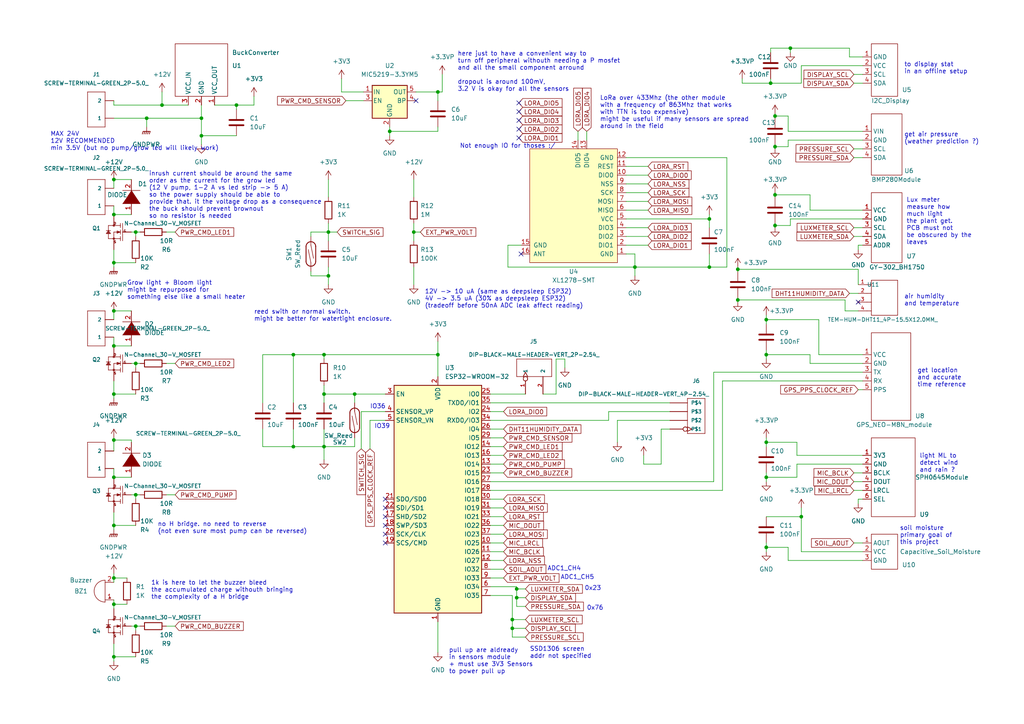
<source format=kicad_sch>
(kicad_sch (version 20211123) (generator eeschema)
  (paper "A4")
  (title_block (title "PlantSensor") (date "2022-06-19") (rev "3") (company "Aperture Science") (comment 1 "Author : Nathann Morand"))
  (junction (at 33.02 175.26))
  (junction (at 33.02 138.43))
  (junction (at 102.87 114.3))
  (junction (at 68.58 30.48))
  (junction (at 33.02 52.07))
  (junction (at 39.37 143.51))
  (junction (at 224.79 65.405))
  (junction (at 148.59 182.245))
  (junction (at 222.25 138.43))
  (junction (at 85.09 129.54))
  (junction (at 213.995 86.995))
  (junction (at 46.99 30.48))
  (junction (at 222.25 158.75))
  (junction (at 33.02 90.17))
  (junction (at 33.02 167.64))
  (junction (at 232.41 149.86))
  (junction (at 33.02 152.4))
  (junction (at 224.79 56.515))
  (junction (at 127 26.67))
  (junction (at 95.25 80.01))
  (junction (at 33.02 100.33))
  (junction (at 58.42 34.29))
  (junction (at 149.86 170.815))
  (junction (at 42.545 34.29))
  (junction (at 184.15 77.47))
  (junction (at 95.25 67.31))
  (junction (at 205.74 77.47))
  (junction (at 39.37 67.31))
  (junction (at 224.79 42.545))
  (junction (at 33.02 62.23))
  (junction (at 93.98 102.87))
  (junction (at 113.03 38.1))
  (junction (at 229.235 13.97))
  (junction (at 33.02 190.5))
  (junction (at 223.52 24.13))
  (junction (at 93.98 114.3))
  (junction (at 148.59 179.705))
  (junction (at 224.79 33.655))
  (junction (at 33.02 127.635))
  (junction (at 213.995 78.105))
  (junction (at 222.25 92.71))
  (junction (at 33.02 114.3))
  (junction (at 222.25 102.87))
  (junction (at 120.015 67.31))
  (junction (at 85.09 102.87))
  (junction (at 93.98 129.54))
  (junction (at 58.42 39.37))
  (junction (at 222.25 128.27))
  (junction (at 149.86 173.355))
  (junction (at 127 102.87))
  (junction (at 205.74 63.5))
  (junction (at 39.37 181.61))
  (junction (at 33.02 76.2))
  (junction (at 39.37 105.41))
  (no_connect (at 111.76 144.78))
  (no_connect (at 111.76 147.32))
  (no_connect (at 111.76 149.86))
  (no_connect (at 111.76 152.4))
  (no_connect (at 111.76 154.94))
  (no_connect (at 120.65 29.21))
  (no_connect (at 248.92 87.63))
  (no_connect (at 111.76 157.48))
  (no_connect (at 150.495 29.845))
  (no_connect (at 150.495 32.385))
  (no_connect (at 150.495 34.925))
  (no_connect (at 150.495 37.465))
  (no_connect (at 150.495 40.005))
  (no_connect (at 151.13 73.66))
  (wire (pts (xy 228.6 33.655) (xy 224.79 33.655)))
  (wire (pts (xy 95.25 64.77) (xy 95.25 67.31)))
  (wire (pts (xy 95.25 67.31) (xy 97.79 67.31)))
  (wire (pts (xy 184.15 77.47) (xy 184.15 73.66)))
  (wire (pts (xy 33.02 166.37) (xy 33.02 167.64)))
  (wire (pts (xy 142.24 149.86) (xy 146.05 149.86)))
  (wire (pts (xy 234.95 105.41) (xy 250.19 105.41)))
  (wire (pts (xy 250.19 144.78) (xy 248.92 144.78)))
  (wire (pts (xy 223.52 15.24) (xy 223.52 13.97)))
  (wire (pts (xy 170.18 38.1) (xy 170.18 40.64)))
  (wire (pts (xy 224.79 42.545) (xy 224.79 41.91)))
  (wire (pts (xy 33.02 167.64) (xy 36.83 167.64)))
  (wire (pts (xy 247.65 68.58) (xy 250.19 68.58)))
  (wire (pts (xy 42.545 34.29) (xy 42.545 36.83)))
  (wire (pts (xy 113.03 36.83) (xy 113.03 38.1)))
  (wire (pts (xy 120.015 77.47) (xy 120.015 82.55)))
  (wire (pts (xy 120.015 52.07) (xy 120.015 57.15)))
  (wire (pts (xy 39.37 67.31) (xy 39.37 68.58)))
  (wire (pts (xy 213.995 78.105) (xy 213.995 77.47)))
  (wire (pts (xy 68.58 30.48) (xy 73.66 30.48)))
  (wire (pts (xy 33.02 34.29) (xy 42.545 34.29)))
  (wire (pts (xy 48.26 67.31) (xy 50.8 67.31)))
  (wire (pts (xy 246.38 16.51) (xy 246.38 13.97)))
  (wire (pts (xy 127 180.34) (xy 127 189.23)))
  (wire (pts (xy 231.14 138.43) (xy 222.25 138.43)))
  (wire (pts (xy 250.19 38.1) (xy 228.6 38.1)))
  (wire (pts (xy 39.37 105.41) (xy 40.64 105.41)))
  (wire (pts (xy 184.15 77.47) (xy 184.15 80.01)))
  (wire (pts (xy 245.11 86.995) (xy 213.995 86.995)))
  (wire (pts (xy 33.02 173.99) (xy 33.02 175.26)))
  (wire (pts (xy 213.995 86.36) (xy 213.995 86.995)))
  (wire (pts (xy 194.31 124.46) (xy 191.77 124.46)))
  (wire (pts (xy 33.02 59.69) (xy 33.02 62.23)))
  (wire (pts (xy 39.37 105.41) (xy 39.37 106.68)))
  (wire (pts (xy 149.86 175.895) (xy 149.86 173.355)))
  (wire (pts (xy 142.24 127) (xy 146.05 127)))
  (wire (pts (xy 33.02 127.635) (xy 33.02 130.81)))
  (wire (pts (xy 142.24 116.84) (xy 194.31 116.84)))
  (wire (pts (xy 181.61 71.12) (xy 187.96 71.12)))
  (wire (pts (xy 142.24 154.94) (xy 146.05 154.94)))
  (wire (pts (xy 231.14 134.62) (xy 231.14 138.43)))
  (wire (pts (xy 33.02 138.43) (xy 38.1 138.43)))
  (wire (pts (xy 95.25 77.47) (xy 95.25 80.01)))
  (wire (pts (xy 228.6 40.64) (xy 250.19 40.64)))
  (wire (pts (xy 224.79 55.88) (xy 224.79 56.515)))
  (wire (pts (xy 149.86 170.18) (xy 149.86 170.815)))
  (wire (pts (xy 228.6 162.56) (xy 250.19 162.56)))
  (wire (pts (xy 247.65 139.7) (xy 250.19 139.7)))
  (wire (pts (xy 33.02 175.26) (xy 33.02 176.53)))
  (wire (pts (xy 191.77 134.62) (xy 186.69 134.62)))
  (wire (pts (xy 222.25 158.75) (xy 222.25 160.02)))
  (wire (pts (xy 247.65 24.13) (xy 250.19 24.13)))
  (wire (pts (xy 246.38 13.97) (xy 229.235 13.97)))
  (wire (pts (xy 76.2 102.87) (xy 85.09 102.87)))
  (wire (pts (xy 33.02 90.17) (xy 38.1 90.17)))
  (wire (pts (xy 142.24 119.38) (xy 146.05 119.38)))
  (wire (pts (xy 73.66 27.94) (xy 73.66 30.48)))
  (wire (pts (xy 247.65 43.18) (xy 250.19 43.18)))
  (wire (pts (xy 142.24 139.7) (xy 207.01 139.7)))
  (wire (pts (xy 224.79 33.655) (xy 224.79 33.02)))
  (wire (pts (xy 127 99.06) (xy 127 102.87)))
  (wire (pts (xy 232.41 149.86) (xy 232.41 160.02)))
  (wire (pts (xy 104.775 119.38) (xy 104.775 130.175)))
  (wire (pts (xy 111.76 114.3) (xy 102.87 114.3)))
  (wire (pts (xy 181.61 53.34) (xy 187.96 53.34)))
  (wire (pts (xy 127 26.67) (xy 128.27 26.67)))
  (wire (pts (xy 248.92 144.78) (xy 248.92 146.05)))
  (wire (pts (xy 93.98 129.54) (xy 93.98 133.35)))
  (wire (pts (xy 191.77 124.46) (xy 191.77 134.62)))
  (wire (pts (xy 229.235 63.5) (xy 250.19 63.5)))
  (wire (pts (xy 142.24 167.64) (xy 146.05 167.64)))
  (wire (pts (xy 247.65 21.59) (xy 250.19 21.59)))
  (wire (pts (xy 46.99 26.67) (xy 46.99 30.48)))
  (wire (pts (xy 207.01 107.95) (xy 250.19 107.95)))
  (wire (pts (xy 142.24 132.08) (xy 146.05 132.08)))
  (wire (pts (xy 222.25 93.98) (xy 222.25 92.71)))
  (wire (pts (xy 95.25 67.31) (xy 95.25 69.85)))
  (wire (pts (xy 100.33 29.21) (xy 105.41 29.21)))
  (wire (pts (xy 223.52 24.13) (xy 223.52 22.86)))
  (wire (pts (xy 176.53 119.38) (xy 176.53 121.92)))
  (wire (pts (xy 181.61 60.96) (xy 187.96 60.96)))
  (wire (pts (xy 161.29 114.3) (xy 161.29 104.14)))
  (wire (pts (xy 42.545 34.29) (xy 58.42 34.29)))
  (wire (pts (xy 224.79 33.655) (xy 224.79 34.29)))
  (wire (pts (xy 152.4 184.785) (xy 148.59 184.785)))
  (wire (pts (xy 58.42 39.37) (xy 58.42 41.91)))
  (wire (pts (xy 232.41 24.13) (xy 223.52 24.13)))
  (wire (pts (xy 102.87 129.54) (xy 93.98 129.54)))
  (wire (pts (xy 222.25 157.48) (xy 222.25 158.75)))
  (wire (pts (xy 222.25 149.86) (xy 232.41 149.86)))
  (wire (pts (xy 234.95 105.41) (xy 234.95 102.87)))
  (wire (pts (xy 229.235 63.5) (xy 229.235 65.405)))
  (wire (pts (xy 147.32 77.47) (xy 184.15 77.47)))
  (wire (pts (xy 149.86 173.355) (xy 149.86 170.815)))
  (wire (pts (xy 33.02 110.49) (xy 33.02 114.3)))
  (wire (pts (xy 95.25 80.01) (xy 95.25 82.55)))
  (wire (pts (xy 245.11 90.17) (xy 245.11 86.995)))
  (wire (pts (xy 38.1 127.635) (xy 33.02 127.635)))
  (wire (pts (xy 33.02 76.2) (xy 39.37 76.2)))
  (wire (pts (xy 48.26 105.41) (xy 50.8 105.41)))
  (wire (pts (xy 107.315 130.175) (xy 107.315 121.92)))
  (wire (pts (xy 232.41 19.05) (xy 250.19 19.05)))
  (wire (pts (xy 90.17 67.31) (xy 95.25 67.31)))
  (wire (pts (xy 181.61 58.42) (xy 187.96 58.42)))
  (wire (pts (xy 209.55 110.49) (xy 250.19 110.49)))
  (wire (pts (xy 33.02 97.79) (xy 33.02 100.33)))
  (wire (pts (xy 76.2 116.84) (xy 76.2 102.87)))
  (wire (pts (xy 222.25 158.75) (xy 228.6 158.75)))
  (wire (pts (xy 33.02 152.4) (xy 39.37 152.4)))
  (wire (pts (xy 107.315 121.92) (xy 111.76 121.92)))
  (wire (pts (xy 39.37 181.61) (xy 40.64 181.61)))
  (wire (pts (xy 46.99 30.48) (xy 33.02 30.48)))
  (wire (pts (xy 228.6 158.75) (xy 228.6 162.56)))
  (wire (pts (xy 33.02 190.5) (xy 33.02 191.77)))
  (wire (pts (xy 76.2 129.54) (xy 76.2 124.46)))
  (wire (pts (xy 48.26 143.51) (xy 50.8 143.51)))
  (wire (pts (xy 68.58 30.48) (xy 68.58 31.75)))
  (wire (pts (xy 68.58 39.37) (xy 58.42 39.37)))
  (wire (pts (xy 179.07 128.27) (xy 179.07 121.92)))
  (wire (pts (xy 224.79 65.405) (xy 224.79 66.04)))
  (wire (pts (xy 142.24 152.4) (xy 146.05 152.4)))
  (wire (pts (xy 248.92 113.03) (xy 250.19 113.03)))
  (wire (pts (xy 93.98 129.54) (xy 93.98 124.46)))
  (wire (pts (xy 250.19 71.12) (xy 248.92 71.12)))
  (wire (pts (xy 33.02 52.07) (xy 38.1 52.07)))
  (wire (pts (xy 167.64 38.1) (xy 167.64 40.64)))
  (wire (pts (xy 231.14 132.08) (xy 250.19 132.08)))
  (wire (pts (xy 58.42 34.29) (xy 58.42 30.48)))
  (wire (pts (xy 33.02 90.17) (xy 33.02 92.71)))
  (wire (pts (xy 149.86 170.815) (xy 152.4 170.815)))
  (wire (pts (xy 223.52 13.97) (xy 229.235 13.97)))
  (wire (pts (xy 231.14 128.27) (xy 231.14 132.08)))
  (wire (pts (xy 179.07 121.92) (xy 194.31 121.92)))
  (wire (pts (xy 194.31 119.38) (xy 176.53 119.38)))
  (wire (pts (xy 62.23 30.48) (xy 68.58 30.48)))
  (wire (pts (xy 120.015 64.77) (xy 120.015 67.31)))
  (wire (pts (xy 229.235 65.405) (xy 224.79 65.405)))
  (wire (pts (xy 142.24 144.78) (xy 146.05 144.78)))
  (wire (pts (xy 102.87 114.3) (xy 102.87 116.84)))
  (wire (pts (xy 93.98 114.3) (xy 93.98 116.84)))
  (wire (pts (xy 142.24 165.1) (xy 146.05 165.1)))
  (wire (pts (xy 142.24 160.02) (xy 146.05 160.02)))
  (wire (pts (xy 229.235 13.97) (xy 229.235 15.24)))
  (wire (pts (xy 210.82 45.72) (xy 210.82 77.47)))
  (wire (pts (xy 152.4 182.245) (xy 148.59 182.245)))
  (wire (pts (xy 39.37 143.51) (xy 39.37 144.78)))
  (wire (pts (xy 142.24 172.72) (xy 148.59 172.72)))
  (wire (pts (xy 33.02 100.33) (xy 38.1 100.33)))
  (wire (pts (xy 157.48 114.3) (xy 161.29 114.3)))
  (wire (pts (xy 38.1 67.31) (xy 39.37 67.31)))
  (wire (pts (xy 149.86 173.355) (xy 152.4 173.355)))
  (wire (pts (xy 248.92 78.105) (xy 248.92 82.55)))
  (wire (pts (xy 48.26 181.61) (xy 50.8 181.61)))
  (wire (pts (xy 215.265 24.13) (xy 215.265 22.86)))
  (wire (pts (xy 232.41 19.05) (xy 232.41 24.13)))
  (wire (pts (xy 237.49 92.71) (xy 237.49 102.87)))
  (wire (pts (xy 181.61 45.72) (xy 210.82 45.72)))
  (wire (pts (xy 127 26.67) (xy 127 29.21)))
  (wire (pts (xy 205.74 62.23) (xy 205.74 63.5)))
  (wire (pts (xy 151.13 71.12) (xy 147.32 71.12)))
  (wire (pts (xy 93.98 102.87) (xy 127 102.87)))
  (wire (pts (xy 213.995 78.105) (xy 213.995 78.74)))
  (wire (pts (xy 142.24 114.3) (xy 152.4 114.3)))
  (wire (pts (xy 142.24 129.54) (xy 146.05 129.54)))
  (wire (pts (xy 33.02 148.59) (xy 33.02 152.4)))
  (wire (pts (xy 181.61 48.26) (xy 187.96 48.26)))
  (wire (pts (xy 213.995 86.995) (xy 213.995 87.63)))
  (wire (pts (xy 205.74 77.47) (xy 184.15 77.47)))
  (wire (pts (xy 222.25 91.44) (xy 222.25 92.71)))
  (wire (pts (xy 222.25 128.27) (xy 231.14 128.27)))
  (wire (pts (xy 224.79 64.77) (xy 224.79 65.405)))
  (wire (pts (xy 247.65 157.48) (xy 250.19 157.48)))
  (wire (pts (xy 120.015 67.31) (xy 120.015 69.85)))
  (wire (pts (xy 222.25 128.27) (xy 222.25 129.54)))
  (wire (pts (xy 161.29 104.14) (xy 163.83 104.14)))
  (wire (pts (xy 205.74 73.66) (xy 205.74 77.47)))
  (wire (pts (xy 209.55 142.24) (xy 142.24 142.24)))
  (wire (pts (xy 142.24 162.56) (xy 146.05 162.56)))
  (wire (pts (xy 223.52 24.13) (xy 215.265 24.13)))
  (wire (pts (xy 222.25 138.43) (xy 222.25 139.7)))
  (wire (pts (xy 33.02 52.07) (xy 33.02 54.61)))
  (wire (pts (xy 93.98 102.87) (xy 85.09 102.87)))
  (wire (pts (xy 95.25 80.01) (xy 90.17 80.01)))
  (wire (pts (xy 205.74 63.5) (xy 205.74 66.04)))
  (wire (pts (xy 222.25 101.6) (xy 222.25 102.87)))
  (wire (pts (xy 33.02 175.26) (xy 36.83 175.26)))
  (wire (pts (xy 210.82 77.47) (xy 205.74 77.47)))
  (wire (pts (xy 213.995 78.105) (xy 248.92 78.105)))
  (wire (pts (xy 54.61 30.48) (xy 46.99 30.48)))
  (wire (pts (xy 228.6 40.64) (xy 228.6 42.545)))
  (wire (pts (xy 176.53 121.92) (xy 142.24 121.92)))
  (wire (pts (xy 234.95 102.87) (xy 222.25 102.87)))
  (wire (pts (xy 120.015 67.31) (xy 121.92 67.31)))
  (wire (pts (xy 247.65 66.04) (xy 250.19 66.04)))
  (wire (pts (xy 224.79 56.515) (xy 234.95 56.515)))
  (wire (pts (xy 33.02 72.39) (xy 33.02 76.2)))
  (wire (pts (xy 181.61 50.8) (xy 187.96 50.8)))
  (wire (pts (xy 163.83 104.14) (xy 163.83 106.68)))
  (wire (pts (xy 33.02 76.2) (xy 33.02 77.47)))
  (wire (pts (xy 39.37 143.51) (xy 40.64 143.51)))
  (wire (pts (xy 232.41 160.02) (xy 250.19 160.02)))
  (wire (pts (xy 250.19 102.87) (xy 237.49 102.87)))
  (wire (pts (xy 209.55 110.49) (xy 209.55 142.24)))
  (wire (pts (xy 148.59 182.245) (xy 148.59 179.705)))
  (wire (pts (xy 152.4 175.895) (xy 149.86 175.895)))
  (wire (pts (xy 58.42 34.29) (xy 58.42 39.37)))
  (wire (pts (xy 222.25 138.43) (xy 222.25 137.16)))
  (wire (pts (xy 148.59 184.785) (xy 148.59 182.245)))
  (wire (pts (xy 127 36.83) (xy 127 38.1)))
  (wire (pts (xy 186.69 134.62) (xy 186.69 132.08)))
  (wire (pts (xy 33.02 152.4) (xy 33.02 153.67)))
  (wire (pts (xy 184.15 73.66) (xy 181.61 73.66)))
  (wire (pts (xy 95.25 52.07) (xy 95.25 57.15)))
  (wire (pts (xy 90.17 68.58) (xy 90.17 67.31)))
  (wire (pts (xy 38.1 143.51) (xy 39.37 143.51)))
  (wire (pts (xy 181.61 66.04) (xy 187.96 66.04)))
  (wire (pts (xy 99.06 26.67) (xy 105.41 26.67)))
  (wire (pts (xy 228.6 42.545) (xy 224.79 42.545)))
  (wire (pts (xy 38.1 181.61) (xy 39.37 181.61)))
  (wire (pts (xy 33.02 114.3) (xy 33.02 115.57)))
  (wire (pts (xy 148.59 172.72) (xy 148.59 179.705)))
  (wire (pts (xy 222.25 92.71) (xy 237.49 92.71)))
  (wire (pts (xy 245.11 90.17) (xy 248.92 90.17)))
  (wire (pts (xy 181.61 68.58) (xy 187.96 68.58)))
  (wire (pts (xy 247.65 137.16) (xy 250.19 137.16)))
  (wire (pts (xy 222.25 102.87) (xy 222.25 104.14)))
  (wire (pts (xy 38.1 128.27) (xy 38.1 127.635)))
  (wire (pts (xy 33.02 135.89) (xy 33.02 138.43)))
  (wire (pts (xy 207.01 139.7) (xy 207.01 107.95)))
  (wire (pts (xy 120.65 26.67) (xy 127 26.67)))
  (wire (pts (xy 93.98 111.76) (xy 93.98 114.3)))
  (wire (pts (xy 148.59 179.705) (xy 152.4 179.705)))
  (wire (pts (xy 102.87 127) (xy 102.87 129.54)))
  (wire (pts (xy 147.32 71.12) (xy 147.32 77.47)))
  (wire (pts (xy 234.95 56.515) (xy 234.95 60.96)))
  (wire (pts (xy 33.02 62.23) (xy 38.1 62.23)))
  (wire (pts (xy 127 102.87) (xy 127 109.22)))
  (wire (pts (xy 224.79 56.515) (xy 224.79 57.15)))
  (wire (pts (xy 90.17 80.01) (xy 90.17 78.74)))
  (wire (pts (xy 85.09 129.54) (xy 85.09 124.46)))
  (wire (pts (xy 142.24 124.46) (xy 146.05 124.46)))
  (wire (pts (xy 38.1 105.41) (xy 39.37 105.41)))
  (wire (pts (xy 85.09 129.54) (xy 76.2 129.54)))
  (wire (pts (xy 113.03 38.1) (xy 113.03 39.37)))
  (wire (pts (xy 93.98 104.14) (xy 93.98 102.87)))
  (wire (pts (xy 33.02 167.64) (xy 33.02 168.91)))
  (wire (pts (xy 246.38 85.09) (xy 248.92 85.09)))
  (wire (pts (xy 247.65 45.72) (xy 250.19 45.72)))
  (wire (pts (xy 231.14 134.62) (xy 250.19 134.62)))
  (wire (pts (xy 232.41 147.32) (xy 232.41 149.86)))
  (wire (pts (xy 181.61 63.5) (xy 205.74 63.5)))
  (wire (pts (xy 33.02 114.3) (xy 39.37 114.3)))
  (wire (pts (xy 127 38.1) (xy 113.03 38.1)))
  (wire (pts (xy 39.37 67.31) (xy 40.64 67.31)))
  (wire (pts (xy 102.87 114.3) (xy 93.98 114.3)))
  (wire (pts (xy 181.61 55.88) (xy 187.96 55.88)))
  (wire (pts (xy 224.79 42.545) (xy 224.79 43.18)))
  (wire (pts (xy 93.98 129.54) (xy 85.09 129.54)))
  (wire (pts (xy 222.25 127) (xy 222.25 128.27)))
  (wire (pts (xy 248.92 71.12) (xy 248.92 72.39)))
  (wire (pts (xy 142.24 147.32) (xy 146.05 147.32)))
  (wire (pts (xy 39.37 181.61) (xy 39.37 182.88)))
  (wire (pts (xy 142.24 137.16) (xy 146.05 137.16)))
  (wire (pts (xy 33.02 186.69) (xy 33.02 190.5)))
  (wire (pts (xy 33.02 127) (xy 33.02 127.635)))
  (wire (pts (xy 228.6 33.655) (xy 228.6 38.1)))
  (wire (pts (xy 246.38 16.51) (xy 250.19 16.51)))
  (wire (pts (xy 111.76 119.38) (xy 104.775 119.38)))
  (wire (pts (xy 99.06 22.86) (xy 99.06 26.67)))
  (wire (pts (xy 33.02 30.48) (xy 33.02 29.21)))
  (wire (pts (xy 247.65 142.24) (xy 250.19 142.24)))
  (wire (pts (xy 128.27 26.67) (xy 128.27 21.59)))
  (wire (pts (xy 85.09 102.87) (xy 85.09 116.84)))
  (wire (pts (xy 142.24 170.18) (xy 149.86 170.18)))
  (wire (pts (xy 33.02 190.5) (xy 39.37 190.5)))
  (wire (pts (xy 142.24 134.62) (xy 146.05 134.62)))
  (wire (pts (xy 142.24 157.48) (xy 146.05 157.48)))
  (wire (pts (xy 234.95 60.96) (xy 250.19 60.96)))
  (text "Not enough IO for thoses :/" (at 133.35 43.18 0) (effects (font (size 1.27 1.27)) (justify left bottom)))
  (text "Grow light + Bloom light\nmight be repurposed for\nsomething else like a small heater" (at 36.83 86.995 0) (effects (font (size 1.27 1.27)) (justify left bottom)))
  (text "to display stat \nin an offline setup" (at 262.255 21.59 0) (effects (font (size 1.27 1.27)) (justify left bottom)))
  (text "air humidity\nand temperature" (at 262.255 88.9 0) (effects (font (size 1.27 1.27)) (justify left bottom)))
  (text "IO39" (at 108.585 124.46 0) (effects (font (size 1.27 1.27)) (justify left bottom)))
  (text "MAX 24V\n12V RECOMMENDED\nmin 3.5V (but no pump/grow led will likely work)" (at 14.605 43.815 0) (effects (font (size 1.27 1.27)) (justify left bottom)))
  (text "no H bridge. no need to reverse\n(not even sure most pump can be reversed)" (at 45.72 154.94 0) (effects (font (size 1.27 1.27)) (justify left bottom)))
  (text "light ML to\ndetect wind \nand rain ?" (at 266.7 137.16 0) (effects (font (size 1.27 1.27)) (justify left bottom)))
  (text "LoRa over 433Mhz (the other module \nwith a frequency of 863Mhz that works \nwith TTN is too expensive)\nmight be useful if many sensors are spread\naround in the field" (at 173.99 37.465 0) (effects (font (size 1.27 1.27)) (justify left bottom)))
  (text "soil moisture\nprimary goal of\nthis project" (at 260.985 158.115 0) (effects (font (size 1.27 1.27)) (justify left bottom)))
  (text "inrush current should be around the same\norder as the current for the grow led\n(12 V pump, 1-2 A vs led strip -> 5 A)\nso the power supply should be able to \nprovide that. it the voltage drop as a consequence\nthe buck should prevent brownout\nso no resistor is needed" (at 43.18 63.5 0) (effects (font (size 1.27 1.27)) (justify left bottom)))
  (text "Lux meter\nmeasure how \nmuch light \nthe plant get.\nPCB must not \nbe obscured by the\nleaves" (at 262.89 71.12 0) (effects (font (size 1.27 1.27)) (justify left bottom)))
  (text "0x76" (at 170.18 177.165 0) (effects (font (size 1.27 1.27)) (justify left bottom)))
  (text "here just to have a convenient way to \nturn off peripheral withouth needing a P mosfet\nand all the small component arround\n\ndropout is around 100mV, \n3.2 V is okay for all the sensors" (at 132.715 26.67 0) (effects (font (size 1.27 1.27)) (justify left bottom)))
  (text "reed swith or normal switch. \nmight be better for watertight enclosure." (at 73.66 93.345 0) (effects (font (size 1.27 1.27)) (justify left bottom)))
  (text "get location\nand accurate\ntime reference" (at 266.065 112.395 0) (effects (font (size 1.27 1.27)) (justify left bottom)))
  (text "1k is here to let the buzzer bleed \nthe accumulated charge withouth bringing \nthe complexity of a H bridge" (at 43.815 173.99 0) (effects (font (size 1.27 1.27)) (justify left bottom)))
  (text "12V -> 10 uA (same as deepsleep ESP32)\n4V -> 3.5 uA (30% as deepsleep ESP32)\n(tradeoff before 50nA ADC leak affect reading)\n" (at 123.19 89.535 0) (effects (font (size 1.27 1.27)) (justify left bottom)))
  (text "ADC1_CH5" (at 162.56 168.275 0) (effects (font (size 1.27 1.27)) (justify left bottom)))
  (text "ADC1_CH4" (at 158.75 165.735 0) (effects (font (size 1.27 1.27)) (justify left bottom)))
  (text "0x23" (at 169.545 171.45 0) (effects (font (size 1.27 1.27)) (justify left bottom)))
  (text "get air pressure \n(weather prediction ?)" (at 262.255 41.91 0) (effects (font (size 1.27 1.27)) (justify left bottom)))
  (text "SSD1306 screen\naddr not specified" (at 153.67 191.135 0) (effects (font (size 1.27 1.27)) (justify left bottom)))
  (text "pull up are aldready \nin sensors module\n+ must use 3V3 Sensors\nto power pull up" (at 130.175 195.58 0) (effects (font (size 1.27 1.27)) (justify left bottom)))
  (text "IO36" (at 107.315 118.745 0) (effects (font (size 1.27 1.27)) (justify left bottom)))
  (global_label "MIC_DOUT" (shape input) (at 247.65 139.7 180) (property "Références Inter-Feuilles" "${INTERSHEET_REFS}" (effects hide)))
  (global_label "DISPLAY_SDA" (shape input) (at 152.4 173.355 0) (property "Références Inter-Feuilles" "${INTERSHEET_REFS}" (effects hide)))
  (global_label "LORA_RST" (shape input) (at 146.05 149.86 0) (property "Références Inter-Feuilles" "${INTERSHEET_REFS}" (effects hide)))
  (global_label "PRESSURE_SDA" (shape input) (at 247.65 45.72 180) (property "Références Inter-Feuilles" "${INTERSHEET_REFS}" (effects hide)))
  (global_label "PWR_CMD_BUZZER" (shape input) (at 50.8 181.61 0) (property "Références Inter-Feuilles" "${INTERSHEET_REFS}" (effects hide)))
  (global_label "SOIL_AOUT" (shape input) (at 146.05 165.1 0) (property "Références Inter-Feuilles" "${INTERSHEET_REFS}" (effects hide)))
  (global_label "LORA_MOSI" (shape input) (at 146.05 154.94 0) (property "Références Inter-Feuilles" "${INTERSHEET_REFS}" (effects hide)))
  (global_label "LUXMETER_SCL" (shape input) (at 247.65 66.04 180) (property "Références Inter-Feuilles" "${INTERSHEET_REFS}" (effects hide)))
  (global_label "LORA_DIO0" (shape input) (at 187.96 50.8 0) (property "Références Inter-Feuilles" "${INTERSHEET_REFS}" (effects hide)))
  (global_label "LORA_DIO4" (shape input) (at 150.495 32.385 0) (property "Références Inter-Feuilles" "${INTERSHEET_REFS}" (effects hide)))
  (global_label "PWR_CMD_SENSOR" (shape input) (at 146.05 127 0) (property "Références Inter-Feuilles" "${INTERSHEET_REFS}" (effects hide)))
  (global_label "LORA_DIO1" (shape input) (at 150.495 40.005 0) (property "Références Inter-Feuilles" "${INTERSHEET_REFS}" (effects hide)))
  (global_label "EXT_PWR_VOLT" (shape input) (at 146.05 167.64 0) (property "Références Inter-Feuilles" "${INTERSHEET_REFS}" (effects hide)))
  (global_label "MIC_BCLK" (shape input) (at 146.05 160.02 0) (property "Références Inter-Feuilles" "${INTERSHEET_REFS}" (effects hide)))
  (global_label "LORA_NSS" (shape input) (at 146.05 162.56 0) (property "Références Inter-Feuilles" "${INTERSHEET_REFS}" (effects hide)))
  (global_label "LORA_SCK" (shape input) (at 187.96 55.88 0) (property "Références Inter-Feuilles" "${INTERSHEET_REFS}" (effects hide)))
  (global_label "PWR_CMD_LED2" (shape input) (at 146.05 132.08 0) (property "Références Inter-Feuilles" "${INTERSHEET_REFS}" (effects hide)))
  (global_label "LUXMETER_SDA" (shape input) (at 247.65 68.58 180) (property "Références Inter-Feuilles" "${INTERSHEET_REFS}" (effects hide)))
  (global_label "SWITCH_SIG" (shape input) (at 97.79 67.31 0) (property "Références Inter-Feuilles" "${INTERSHEET_REFS}" (effects hide)))
  (global_label "LORA_MISO" (shape input) (at 187.96 60.96 0) (property "Références Inter-Feuilles" "${INTERSHEET_REFS}" (effects hide)))
  (global_label "LORA_NSS" (shape input) (at 187.96 53.34 0) (property "Références Inter-Feuilles" "${INTERSHEET_REFS}" (effects hide)))
  (global_label "LORA_MOSI" (shape input) (at 187.96 58.42 0) (property "Références Inter-Feuilles" "${INTERSHEET_REFS}" (effects hide)))
  (global_label "DISPLAY_SCL" (shape input) (at 247.65 21.59 180) (property "Références Inter-Feuilles" "${INTERSHEET_REFS}" (effects hide)))
  (global_label "GPS_PPS_CLOCK_REF" (shape input) (at 107.315 130.175 270) (property "Références Inter-Feuilles" "${INTERSHEET_REFS}" (effects hide)))
  (global_label "PRESSURE_SCL" (shape input) (at 247.65 43.18 180) (property "Références Inter-Feuilles" "${INTERSHEET_REFS}" (effects hide)))
  (global_label "PWR_CMD_SENSOR" (shape input) (at 100.33 29.21 180) (property "Références Inter-Feuilles" "${INTERSHEET_REFS}" (effects hide)))
  (global_label "LUXMETER_SCL" (shape input) (at 152.4 179.705 0) (property "Références Inter-Feuilles" "${INTERSHEET_REFS}" (effects hide)))
  (global_label "DISPLAY_SDA" (shape input) (at 247.65 24.13 180) (property "Références Inter-Feuilles" "${INTERSHEET_REFS}" (effects hide)))
  (global_label "LORA_DIO4" (shape input) (at 170.18 38.1 90) (property "Références Inter-Feuilles" "${INTERSHEET_REFS}" (effects hide)))
  (global_label "LORA_DIO2" (shape input) (at 150.495 37.465 0) (property "Références Inter-Feuilles" "${INTERSHEET_REFS}" (effects hide)))
  (global_label "LORA_DIO0" (shape input) (at 146.05 119.38 0) (property "Références Inter-Feuilles" "${INTERSHEET_REFS}" (effects hide)))
  (global_label "MIC_LRCL" (shape input) (at 146.05 157.48 0) (property "Références Inter-Feuilles" "${INTERSHEET_REFS}" (effects hide)))
  (global_label "LORA_DIO5" (shape input) (at 150.495 29.845 0) (property "Références Inter-Feuilles" "${INTERSHEET_REFS}" (effects hide)))
  (global_label "PRESSURE_SDA" (shape input) (at 152.4 175.895 0) (property "Références Inter-Feuilles" "${INTERSHEET_REFS}" (effects hide)))
  (global_label "DISPLAY_SCL" (shape input) (at 152.4 182.245 0) (property "Références Inter-Feuilles" "${INTERSHEET_REFS}" (effects hide)))
  (global_label "LORA_DIO5" (shape input) (at 167.64 38.1 90) (property "Références Inter-Feuilles" "${INTERSHEET_REFS}" (effects hide)))
  (global_label "SOIL_AOUT" (shape input) (at 247.65 157.48 180) (property "Références Inter-Feuilles" "${INTERSHEET_REFS}" (effects hide)))
  (global_label "LORA_DIO3" (shape input) (at 150.495 34.925 0) (property "Références Inter-Feuilles" "${INTERSHEET_REFS}" (effects hide)))
  (global_label "EXT_PWR_VOLT" (shape input) (at 121.92 67.31 0) (property "Références Inter-Feuilles" "${INTERSHEET_REFS}" (effects hide)))
  (global_label "GPS_PPS_CLOCK_REF" (shape input) (at 248.92 113.03 180) (property "Références Inter-Feuilles" "${INTERSHEET_REFS}" (effects hide)))
  (global_label "MIC_BCLK" (shape input) (at 247.65 137.16 180) (property "Références Inter-Feuilles" "${INTERSHEET_REFS}" (effects hide)))
  (global_label "LORA_MISO" (shape input) (at 146.05 147.32 0) (property "Références Inter-Feuilles" "${INTERSHEET_REFS}" (effects hide)))
  (global_label "PWR_CMD_PUMP" (shape input) (at 50.8 143.51 0) (property "Références Inter-Feuilles" "${INTERSHEET_REFS}" (effects hide)))
  (global_label "LORA_DIO3" (shape input) (at 187.96 66.04 0) (property "Références Inter-Feuilles" "${INTERSHEET_REFS}" (effects hide)))
  (global_label "PWR_CMD_LED1" (shape input) (at 146.05 129.54 0) (property "Références Inter-Feuilles" "${INTERSHEET_REFS}" (effects hide)))
  (global_label "LORA_DIO2" (shape input) (at 187.96 68.58 0) (property "Références Inter-Feuilles" "${INTERSHEET_REFS}" (effects hide)))
  (global_label "DHT11HUMIDITY_DATA" (shape input) (at 246.38 85.09 180) (property "Références Inter-Feuilles" "${INTERSHEET_REFS}" (effects hide)))
  (global_label "SWITCH_SIG" (shape input) (at 104.775 130.175 270) (property "Références Inter-Feuilles" "${INTERSHEET_REFS}" (effects hide)))
  (global_label "DHT11HUMIDITY_DATA" (shape input) (at 146.05 124.46 0) (property "Références Inter-Feuilles" "${INTERSHEET_REFS}" (effects hide)))
  (global_label "PWR_CMD_LED1" (shape input) (at 50.8 67.31 0) (property "Références Inter-Feuilles" "${INTERSHEET_REFS}" (effects hide)))
  (global_label "PRESSURE_SCL" (shape input) (at 152.4 184.785 0) (property "Références Inter-Feuilles" "${INTERSHEET_REFS}" (effects hide)))
  (global_label "LORA_DIO1" (shape input) (at 187.96 71.12 0) (property "Références Inter-Feuilles" "${INTERSHEET_REFS}" (effects hide)))
  (global_label "LORA_SCK" (shape input) (at 146.05 144.78 0) (property "Références Inter-Feuilles" "${INTERSHEET_REFS}" (effects hide)))
  (global_label "PWR_CMD_LED2" (shape input) (at 50.8 105.41 0) (property "Références Inter-Feuilles" "${INTERSHEET_REFS}" (effects hide)))
  (global_label "MIC_LRCL" (shape input) (at 247.65 142.24 180) (property "Références Inter-Feuilles" "${INTERSHEET_REFS}" (effects hide)))
  (global_label "LUXMETER_SDA" (shape input) (at 152.4 170.815 0) (property "Références Inter-Feuilles" "${INTERSHEET_REFS}" (effects hide)))
  (global_label "LORA_RST" (shape input) (at 187.96 48.26 0) (property "Références Inter-Feuilles" "${INTERSHEET_REFS}" (effects hide)))
  (global_label "MIC_DOUT" (shape input) (at 146.05 152.4 0) (property "Références Inter-Feuilles" "${INTERSHEET_REFS}" (effects hide)))
  (global_label "PWR_CMD_BUZZER" (shape input) (at 146.05 137.16 0) (property "Références Inter-Feuilles" "${INTERSHEET_REFS}" (effects hide)))
  (global_label "PWR_CMD_PUMP" (shape input) (at 146.05 134.62 0) (property "Références Inter-Feuilles" "${INTERSHEET_REFS}" (effects hide)))
  (symbol (lib_id "Device:R") (at 44.45 181.61 90) (unit 1)
    (property "Reference" "R9" (at 48.26 186.69 90))
    (property "Value" "10R" (at 48.26 184.15 90))
    (property "Footprint" "Resistor_SMD:R_1206_3216Metric" (effects hide))
  )
  (symbol (lib_id "PlantSensorsComponents:N-Channel_30-V_MOSFET") (at 33.02 181.61 0) (mirror y) (unit 1)
    (property "Reference" "Q4" (at 29.21 183.0451 0) (effects (font (size 1.143 1.143)) (justify left)))
    (property "Value" "N-Channel_30-V_MOSFET" (at 58.42 179.07 0) (effects (font (size 1.143 1.143)) (justify left)))
    (property "Footprint" "Package_TO_SOT_SMD:TO-252-2" (effects hide))
  )
  (symbol (lib_id "power:GND") (at 222.25 139.7 0) (unit 1)
    (property "Reference" "#PWR033" (effects hide))
    (property "Value" "GND" (at 222.25 144.78 0))
  )
  (symbol (lib_id "power:GND") (at 127 189.23 0) (unit 1)
    (property "Reference" "#PWR020" (effects hide))
    (property "Value" "GND" (at 127 194.31 0))
  )
  (symbol (lib_id "power:GNDPWR") (at 42.545 36.83 0) (unit 1)
    (property "Reference" "#PWR0102" (effects hide))
    (property "Value" "GNDPWR" (at 42.418 41.91 0))
  )
  (symbol (lib_id "power:GND") (at 222.25 160.02 0) (unit 1)
    (property "Reference" "#PWR034" (effects hide))
    (property "Value" "GND" (at 222.25 165.1 0))
  )
  (symbol (lib_id "power:GND") (at 248.92 72.39 0) (unit 1)
    (property "Reference" "#PWR041" (effects hide))
    (property "Value" "GND" (at 248.92 76.835 0))
  )
  (symbol (lib_id "Regulator_Linear:MIC5219-3.3YM5") (at 113.03 29.21 0) (unit 1)
    (property "Reference" "U2" (at 113.03 19.05 0))
    (property "Value" "MIC5219-3.3YM5" (at 113.03 21.59 0))
    (property "Footprint" "Package_TO_SOT_SMD:SOT-23-5" (effects hide))
    (property "Datasheet" "http://ww1.microchip.com/downloads/en/DeviceDoc/MIC5219-500mA-Peak-Output-LDO-Regulator-DS20006021A.pdf" (effects hide))
  )
  (symbol (lib_id "power:+12V") (at 33.02 127 0) (unit 1)
    (property "Reference" "#PWR05" (effects hide))
    (property "Value" "+12V" (at 33.02 121.92 0))
  )
  (symbol (lib_id "PlantSensorsComponents:GY-302_BH1750") (at 252.73 66.04 270) (unit 1)
    (property "Reference" "U7" (at 262.89 74.295 90) (effects (justify left)))
    (property "Value" "GY-302_BH1750" (at 252.095 77.47 90) (effects (justify left)))
    (property "Footprint" "PlantSensor:BH1750" (effects hide))
  )
  (symbol (lib_id "Device:C") (at 222.25 153.67 0) (unit 1)
    (property "Reference" "C11" (at 226.06 152.3999 0) (effects (justify left)))
    (property "Value" "100nF" (at 226.06 154.9399 0) (effects (justify left)))
    (property "Footprint" "Capacitor_SMD:C_1206_3216Metric" (effects hide))
  )
  (symbol (lib_id "Device:R") (at 36.83 171.45 0) (unit 1)
    (property "Reference" "R1" (at 39.37 170.1799 0) (effects (justify left)))
    (property "Value" "1K" (at 39.37 172.7199 0) (effects (justify left)))
    (property "Footprint" "Resistor_SMD:R_1206_3216Metric" (effects hide))
  )
  (symbol (lib_id "OPL_Connector:SCREW-TERMINAL-GREEN_2P-5.0_") (at 27.94 31.75 180) (unit 1)
    (property "Reference" "J1" (at 27.94 21.59 0) (effects (font (size 1.143 1.143))))
    (property "Value" "SCREW-TERMINAL-GREEN_2P-5.0_" (at 27.94 24.13 0) (effects (font (size 1.143 1.143))))
    (property "Footprint" "OPL_Connector:H2-5.0-10.5X8.0MM" (effects hide))
    (property "SKU" "320110031" (effects hide))
  )
  (symbol (lib_id "RF_Module:ESP32-WROOM-32") (at 127 144.78 0) (unit 1)
    (property "Reference" "U3" (at 129.0194 106.68 0) (effects (justify left)))
    (property "Value" "ESP32-WROOM-32" (at 129.0194 109.22 0) (effects (justify left)))
    (property "Footprint" "RF_Module:ESP32-WROOM-32" (effects hide))
    (property "Datasheet" "https://www.espressif.com/sites/default/files/documentation/esp32-wroom-32_datasheet_en.pdf" (effects hide))
  )
  (symbol (lib_id "Device:C") (at 85.09 120.65 0) (unit 1)
    (property "Reference" "C3" (at 86.36 118.11 0) (effects (justify left)))
    (property "Value" "100nF" (at 86.36 123.19 0) (effects (justify left)))
    (property "Footprint" "Capacitor_SMD:C_1206_3216Metric" (effects hide))
  )
  (symbol (lib_id "power:GNDPWR") (at 33.02 115.57 0) (unit 1)
    (property "Reference" "#PWR0103" (effects hide))
    (property "Value" "GNDPWR" (at 32.893 120.65 0))
  )
  (symbol (lib_id "Device:R") (at 93.98 107.95 0) (unit 1)
    (property "Reference" "R10" (at 96.52 106.6799 0) (effects (justify left)))
    (property "Value" "1K" (at 96.52 109.2199 0) (effects (justify left)))
    (property "Footprint" "Resistor_SMD:R_1206_3216Metric" (effects hide))
  )
  (symbol (lib_id "power:GND") (at 213.995 87.63 0) (unit 1)
    (property "Reference" "#PWR028" (effects hide))
    (property "Value" "GND" (at 213.995 92.71 0))
  )
  (symbol (lib_id "PlantSensorsComponents:N-Channel_30-V_MOSFET") (at 33.02 67.31 0) (mirror y) (unit 1)
    (property "Reference" "Q1" (at 29.21 66.2051 0) (effects (font (size 1.143 1.143)) (justify left)))
    (property "Value" "N-Channel_30-V_MOSFET" (at 58.42 64.77 0) (effects (font (size 1.143 1.143)) (justify left)))
    (property "Footprint" "Package_TO_SOT_SMD:TO-252-2" (effects hide))
  )
  (symbol (lib_id "Device:R") (at 44.45 105.41 90) (unit 1)
    (property "Reference" "R7" (at 48.26 110.49 90))
    (property "Value" "10R" (at 48.26 107.95 90))
    (property "Footprint" "Resistor_SMD:R_1206_3216Metric" (effects hide))
  )
  (symbol (lib_id "power:+12V") (at 33.02 90.17 0) (unit 1)
    (property "Reference" "#PWR03" (effects hide))
    (property "Value" "+12V" (at 33.02 85.09 0))
  )
  (symbol (lib_id "pspice:DIODE") (at 38.1 57.15 90) (unit 1)
    (property "Reference" "D1" (at 40.005 53.34 90) (effects (justify right)))
    (property "Value" "DIODE" (at 31.115 56.515 90) (effects (justify right)))
    (property "Footprint" "Diode_SMD:D_SOD-123" (effects hide))
  )
  (symbol (lib_id "power:GND") (at 58.42 41.91 0) (unit 1)
    (property "Reference" "#PWR010" (effects hide))
    (property "Value" "GND" (at 58.42 46.99 0))
  )
  (symbol (lib_id "OPL_Connector:DIP-BLACK-MALE-HEADER-VERT_2P-2.54_") (at 154.94 106.68 90) (unit 1)
    (property "Reference" "J5" (at 153.67 99.06 90) (effects (font (size 1.143 1.143)) (justify right)))
    (property "Value" "DIP-BLACK-MALE-HEADER-VERT_2P-2.54_" (at 135.89 102.87 90) (effects (font (size 1.143 1.143)) (justify right)))
    (property "Footprint" "OPL_Connector:H2-2.54" (effects hide))
    (property "MPN" "P125-1102A0BS116A1" (effects hide))
    (property "SKU" "320020016" (effects hide))
  )
  (symbol (lib_id "power:GND") (at 184.15 80.01 0) (unit 1)
    (property "Reference" "#PWR024" (effects hide))
    (property "Value" "GND" (at 184.15 85.09 0))
  )
  (symbol (lib_id "power:+3.3VP") (at 222.25 91.44 0) (unit 1)
    (property "Reference" "#PWR030" (effects hide))
    (property "Value" "+3.3VP" (at 226.695 90.17 0))
  )
  (symbol (lib_id "power:GNDPWR") (at 33.02 77.47 0) (unit 1)
    (property "Reference" "#PWR0104" (effects hide))
    (property "Value" "GNDPWR" (at 32.893 82.55 0))
  )
  (symbol (lib_id "power:GND") (at 163.83 106.68 0) (unit 1)
    (property "Reference" "#PWR022" (effects hide))
    (property "Value" "GND" (at 163.83 111.76 0))
  )
  (symbol (lib_id "PlantSensorsComponents:GPS_NEO-M8N_module") (at 252.73 109.22 270) (unit 1)
    (property "Reference" "U8" (at 265.43 120.65 90) (effects (justify left)))
    (property "Value" "GPS_NEO-M8N_module" (at 248.285 123.19 90) (effects (justify left)))
    (property "Footprint" "PlantSensor:GPS" (effects hide))
  )
  (symbol (lib_id "Device:R") (at 120.015 73.66 0) (unit 1)
    (property "Reference" "R13" (at 121.92 72.3899 0) (effects (justify left)))
    (property "Value" "100K" (at 121.92 74.9299 0) (effects (justify left)))
    (property "Footprint" "Resistor_SMD:R_1206_3216Metric" (effects hide))
  )
  (symbol (lib_id "PlantSensorsComponents:N-Channel_30-V_MOSFET") (at 33.02 105.41 0) (mirror y) (unit 1)
    (property "Reference" "Q2" (at 29.21 104.3051 0) (effects (font (size 1.143 1.143)) (justify left)))
    (property "Value" "N-Channel_30-V_MOSFET" (at 58.42 102.87 0) (effects (font (size 1.143 1.143)) (justify left)))
    (property "Footprint" "Package_TO_SOT_SMD:TO-252-2" (effects hide))
  )
  (symbol (lib_id "power:GND") (at 179.07 128.27 0) (unit 1)
    (property "Reference" "#PWR023" (effects hide))
    (property "Value" "GND" (at 179.07 133.35 0))
  )
  (symbol (lib_id "Misc RF:XL1278-SMT") (at 166.37 58.42 180) (unit 1)
    (property "Reference" "U4" (at 166.37 78.74 0))
    (property "Value" "XL1278-SMT" (at 166.37 81.28 0))
    (property "Footprint" "Misc RF:XL1278-SMT" (effects hide))
  )
  (symbol (lib_id "Device:R") (at 44.45 67.31 90) (unit 1)
    (property "Reference" "R6" (at 48.26 72.39 90))
    (property "Value" "10R" (at 48.26 69.85 90))
    (property "Footprint" "Resistor_SMD:R_1206_3216Metric" (effects hide))
  )
  (symbol (lib_id "Device:C") (at 93.98 120.65 0) (unit 1)
    (property "Reference" "C4" (at 95.25 118.11 0) (effects (justify left)))
    (property "Value" "10uF" (at 95.25 123.19 0) (effects (justify left)))
    (property "Footprint" "Capacitor_SMD:C_1206_3216Metric" (effects hide))
  )
  (symbol (lib_id "Device:R") (at 39.37 148.59 0) (unit 1)
    (property "Reference" "R4" (at 40.64 153.67 0) (effects (justify left)))
    (property "Value" "10K" (at 40.64 151.13 0) (effects (justify left)))
    (property "Footprint" "Resistor_SMD:R_1206_3216Metric" (effects hide))
  )
  (symbol (lib_id "Device:C") (at 68.58 35.56 0) (unit 1)
    (property "Reference" "C1" (at 72.39 34.2899 0) (effects (justify left)))
    (property "Value" "10uF" (at 72.39 36.8299 0) (effects (justify left)))
    (property "Footprint" "Capacitor_SMD:C_1206_3216Metric" (effects hide))
  )
  (symbol (lib_id "OPL_Connector:SCREW-TERMINAL-GREEN_2P-5.0_") (at 27.94 95.25 180) (unit 1)
    (property "Reference" "J3" (at 27.94 85.09 0) (effects (font (size 1.143 1.143))))
    (property "Value" "SCREW-TERMINAL-GREEN_2P-5.0_" (at 45.72 95.25 0) (effects (font (size 1.143 1.143))))
    (property "Footprint" "OPL_Connector:H2-5.0-10.5X8.0MM" (effects hide))
    (property "SKU" "320110031" (effects hide))
  )
  (symbol (lib_id "Switch:SW_Reed") (at 90.17 73.66 90) (unit 1)
    (property "Reference" "SW1" (at 83.82 73.66 0))
    (property "Value" "SW_Reed" (at 86.36 73.66 0))
    (property "Footprint" "Resistor_THT:R_Axial_DIN0207_L6.3mm_D2.5mm_P10.16mm_Horizontal" (effects hide))
  )
  (symbol (lib_id "OPL_Connector:SCREW-TERMINAL-GREEN_2P-5.0_") (at 27.94 133.35 180) (unit 1)
    (property "Reference" "J4" (at 27.94 123.19 0) (effects (font (size 1.143 1.143))))
    (property "Value" "SCREW-TERMINAL-GREEN_2P-5.0_" (at 54.61 125.73 0) (effects (font (size 1.143 1.143))))
    (property "Footprint" "OPL_Connector:H2-5.0-10.5X8.0MM" (effects hide))
    (property "SKU" "320110031" (effects hide))
  )
  (symbol (lib_id "power:+3.3V") (at 186.69 132.08 0) (unit 1)
    (property "Reference" "#PWR025" (effects hide))
    (property "Value" "+3.3V" (at 186.69 127 0))
  )
  (symbol (lib_id "power:GNDPWR") (at 33.02 153.67 0) (unit 1)
    (property "Reference" "#PWR0101" (effects hide))
    (property "Value" "GNDPWR" (at 32.893 158.75 0))
  )
  (symbol (lib_id "OPL_Connector:SCREW-TERMINAL-GREEN_2P-5.0_") (at 27.94 57.15 180) (unit 1)
    (property "Reference" "J2" (at 27.94 45.72 0) (effects (font (size 1.143 1.143))))
    (property "Value" "SCREW-TERMINAL-GREEN_2P-5.0_" (at 27.94 48.895 0) (effects (font (size 1.143 1.143))))
    (property "Footprint" "OPL_Connector:H2-5.0-10.5X8.0MM" (effects hide))
    (property "SKU" "320110031" (effects hide))
  )
  (symbol (lib_id "Device:C") (at 222.25 97.79 0) (unit 1)
    (property "Reference" "C9" (at 226.06 96.5199 0) (effects (justify left)))
    (property "Value" "100nF" (at 226.06 99.0599 0) (effects (justify left)))
    (property "Footprint" "Capacitor_SMD:C_1206_3216Metric" (effects hide))
  )
  (symbol (lib_id "power:+3.3VP") (at 232.41 147.32 0) (unit 1)
    (property "Reference" "#PWR040" (effects hide))
    (property "Value" "+3.3VP" (at 232.41 142.24 0))
  )
  (symbol (lib_id "Device:C") (at 95.25 73.66 0) (unit 1)
    (property "Reference" "C5" (at 99.06 72.3899 0) (effects (justify left)))
    (property "Value" "10uF" (at 99.06 74.9299 0) (effects (justify left)))
    (property "Footprint" "Capacitor_SMD:C_1206_3216Metric" (effects hide))
  )
  (symbol (lib_id "power:+3.3VP") (at 222.25 127 0) (unit 1)
    (property "Reference" "#PWR032" (effects hide))
    (property "Value" "+3.3VP" (at 222.25 121.92 0))
  )
  (symbol (lib_id "power:+3.3V") (at 73.66 27.94 0) (unit 1)
    (property "Reference" "#PWR011" (effects hide))
    (property "Value" "+3.3V" (at 73.66 22.86 0))
  )
  (symbol (lib_id "Device:R") (at 39.37 72.39 0) (unit 1)
    (property "Reference" "R2" (at 40.64 77.47 0) (effects (justify left)))
    (property "Value" "10K" (at 40.64 74.93 0) (effects (justify left)))
    (property "Footprint" "Resistor_SMD:R_1206_3216Metric" (effects hide))
  )
  (symbol (lib_id "Device:C") (at 127 33.02 0) (unit 1)
    (property "Reference" "C6" (at 130.81 31.7499 0) (effects (justify left)))
    (property "Value" "10uF" (at 130.81 34.2899 0) (effects (justify left)))
    (property "Footprint" "Capacitor_SMD:C_1206_3216Metric" (effects hide))
  )
  (symbol (lib_id "pspice:DIODE") (at 38.1 133.35 90) (unit 1)
    (property "Reference" "D3" (at 41.275 132.0799 90) (effects (justify right)))
    (property "Value" "DIODE" (at 41.275 134.6199 90) (effects (justify right)))
    (property "Footprint" "Diode_SMD:D_SOD-123" (effects hide))
  )
  (symbol (lib_id "power:GND") (at 224.79 43.18 0) (unit 1)
    (property "Reference" "#PWR036" (effects hide))
    (property "Value" "GND" (at 224.79 46.99 0))
  )
  (symbol (lib_id "power:+12V") (at 120.015 52.07 0) (unit 1)
    (property "Reference" "#PWR017" (effects hide))
    (property "Value" "+12V" (at 120.015 46.99 0))
  )
  (symbol (lib_id "Device:R") (at 95.25 60.96 0) (unit 1)
    (property "Reference" "R11" (at 97.79 59.6899 0) (effects (justify left)))
    (property "Value" "1K" (at 97.79 62.2299 0) (effects (justify left)))
    (property "Footprint" "Resistor_SMD:R_1206_3216Metric" (effects hide))
  )
  (symbol (lib_id "power:+3.3VP") (at 215.265 22.86 0) (unit 1)
    (property "Reference" "#PWR029" (effects hide))
    (property "Value" "+3.3VP" (at 215.265 17.78 0))
  )
  (symbol (lib_id "PlantSensorsComponents:I2C_Display") (at 252.73 20.32 270) (unit 1)
    (property "Reference" "U5" (at 261.62 26.035 90) (effects (justify left)))
    (property "Value" "I2C_Display" (at 252.73 29.21 90) (effects (justify left)))
    (property "Footprint" "PlantSensor:Display" (effects hide))
  )
  (symbol (lib_id "PlantSensorsComponents:BMP280Module") (at 252.73 41.91 270) (unit 1)
    (property "Reference" "U6" (at 262.255 49.53 90) (effects (justify left)))
    (property "Value" "BMP280Module" (at 252.73 52.07 90) (effects (justify left)))
    (property "Footprint" "PlantSensor:BMP280Module" (effects hide))
  )
  (symbol (lib_id "power:+12V") (at 33.02 52.07 0) (unit 1)
    (property "Reference" "#PWR01" (effects hide))
    (property "Value" "+12V" (at 33.02 46.99 0))
  )
  (symbol (lib_id "power:+3.3VP") (at 213.995 77.47 0) (unit 1)
    (property "Reference" "#PWR027" (effects hide))
    (property "Value" "+3.3VP" (at 219.075 76.2 0))
  )
  (symbol (lib_id "power:+12V") (at 33.02 166.37 0) (unit 1)
    (property "Reference" "#PWR07" (effects hide))
    (property "Value" "+12V" (at 33.02 161.29 0))
  )
  (symbol (lib_id "power:GND") (at 229.235 15.24 0) (unit 1)
    (property "Reference" "#PWR039" (effects hide))
    (property "Value" "GND" (at 229.235 19.05 0))
  )
  (symbol (lib_id "Device:C") (at 222.25 133.35 0) (unit 1)
    (property "Reference" "C10" (at 223.52 130.81 0) (effects (justify left)))
    (property "Value" "100nF" (at 223.52 135.89 0) (effects (justify left)))
    (property "Footprint" "Capacitor_SMD:C_1206_3216Metric" (effects hide))
  )
  (symbol (lib_id "Device:Buzzer") (at 30.48 171.45 180) (unit 1)
    (property "Reference" "BZ1" (at 23.495 171.45 0))
    (property "Value" "Buzzer" (at 23.495 168.275 0))
    (property "Footprint" "Buzzer_Beeper:Buzzer_12x9.5RM7.6" (effects hide))
  )
  (symbol (lib_id "power:+12V") (at 46.99 26.67 0) (unit 1)
    (property "Reference" "#PWR09" (effects hide))
    (property "Value" "+12V" (at 46.99 21.59 0))
  )
  (symbol (lib_id "Device:C") (at 224.79 38.1 0) (unit 1)
    (property "Reference" "C13" (at 220.98 35.56 0) (effects (justify left)))
    (property "Value" "100nF" (at 217.17 40.64 0) (effects (justify left)))
    (property "Footprint" "Capacitor_SMD:C_1206_3216Metric" (effects hide))
  )
  (symbol (lib_id "PlantSensorsComponents:Capacitive_Soil_Moisture") (at 252.73 160.02 270) (unit 1)
    (property "Reference" "U10" (at 261.62 163.83 90) (effects (justify left)))
    (property "Value" "Capacitive_Soil_Moisture" (at 260.985 160.02 90) (effects (justify left)))
    (property "Footprint" "OPL_Connector:H3-2.54" (effects hide))
  )
  (symbol (lib_id "power:GND") (at 224.79 66.04 0) (unit 1)
    (property "Reference" "#PWR038" (effects hide))
    (property "Value" "GND" (at 224.79 70.485 0))
  )
  (symbol (lib_id "OPL_Connector:DIP-BLACK-MALE-HEADER-VERT_4P-2.54_") (at 201.93 120.65 0) (mirror x) (unit 1)
    (property "Reference" "J6" (at 201.93 110.49 0) (effects (font (size 1.143 1.143))))
    (property "Value" "DIP-BLACK-MALE-HEADER-VERT_4P-2.54_" (at 186.69 114.3 0) (effects (font (size 1.143 1.143))))
    (property "Footprint" "OPL_Connector:H4-2.54" (effects hide))
    (property "MPN" "P125-1104A0BS116A1" (effects hide))
    (property "SKU" "320020017" (effects hide))
  )
  (symbol (lib_id "PlantSensorsComponents:N-Channel_30-V_MOSFET") (at 33.02 143.51 0) (mirror y) (unit 1)
    (property "Reference" "Q3" (at 29.21 142.4051 0) (effects (font (size 1.143 1.143)) (justify left)))
    (property "Value" "N-Channel_30-V_MOSFET" (at 58.42 140.97 0) (effects (font (size 1.143 1.143)) (justify left)))
    (property "Footprint" "Package_TO_SOT_SMD:TO-252-2" (effects hide))
  )
  (symbol (lib_id "Device:C") (at 223.52 19.05 0) (unit 1)
    (property "Reference" "C12" (at 219.71 16.51 0) (effects (justify left)))
    (property "Value" "100nF" (at 217.17 21.59 0) (effects (justify left)))
    (property "Footprint" "Capacitor_SMD:C_1206_3216Metric" (effects hide))
  )
  (symbol (lib_id "power:+3.3V") (at 205.74 62.23 0) (unit 1)
    (property "Reference" "#PWR026" (effects hide))
    (property "Value" "+3.3V" (at 205.74 57.15 0))
  )
  (symbol (lib_id "Device:C") (at 213.995 82.55 0) (unit 1)
    (property "Reference" "C8" (at 217.805 81.2799 0) (effects (justify left)))
    (property "Value" "100nF" (at 217.805 83.8199 0) (effects (justify left)))
    (property "Footprint" "Capacitor_SMD:C_1206_3216Metric" (effects hide))
  )
  (symbol (lib_id "Device:R") (at 39.37 110.49 0) (unit 1)
    (property "Reference" "R3" (at 40.64 115.57 0) (effects (justify left)))
    (property "Value" "10K" (at 40.64 113.03 0) (effects (justify left)))
    (property "Footprint" "Resistor_SMD:R_1206_3216Metric" (effects hide))
  )
  (symbol (lib_id "power:GND") (at 93.98 133.35 0) (unit 1)
    (property "Reference" "#PWR012" (effects hide))
    (property "Value" "GND" (at 93.98 138.43 0))
  )
  (symbol (lib_id "power:GND") (at 120.015 82.55 0) (unit 1)
    (property "Reference" "#PWR018" (effects hide))
    (property "Value" "GND" (at 120.015 87.63 0))
  )
  (symbol (lib_id "Device:C") (at 224.79 60.96 0) (unit 1)
    (property "Reference" "C14" (at 228.6 59.6899 0) (effects (justify left)))
    (property "Value" "100nF" (at 228.6 62.2299 0) (effects (justify left)))
    (property "Footprint" "Capacitor_SMD:C_1206_3216Metric" (effects hide))
  )
  (symbol (lib_id "Device:R") (at 44.45 143.51 90) (unit 1)
    (property "Reference" "R8" (at 48.26 148.59 90))
    (property "Value" "10R" (at 48.26 146.05 90))
    (property "Footprint" "Resistor_SMD:R_1206_3216Metric" (effects hide))
  )
  (symbol (lib_id "Device:C") (at 205.74 69.85 0) (unit 1)
    (property "Reference" "C7" (at 207.01 67.31 0) (effects (justify left)))
    (property "Value" "100nF" (at 207.01 72.39 0) (effects (justify left)))
    (property "Footprint" "Capacitor_SMD:C_1206_3216Metric" (effects hide))
  )
  (symbol (lib_id "power:GND") (at 248.92 146.05 0) (unit 1)
    (property "Reference" "#PWR042" (effects hide))
    (property "Value" "GND" (at 248.92 151.13 0))
  )
  (symbol (lib_id "power:GND") (at 95.25 82.55 0) (unit 1)
    (property "Reference" "#PWR014" (effects hide))
    (property "Value" "GND" (at 95.25 87.63 0))
  )
  (symbol (lib_id "Device:C") (at 76.2 120.65 0) (unit 1)
    (property "Reference" "C2" (at 77.47 118.11 0) (effects (justify left)))
    (property "Value" "10uF" (at 77.47 123.19 0) (effects (justify left)))
    (property "Footprint" "Capacitor_SMD:C_1206_3216Metric" (effects hide))
  )
  (symbol (lib_id "OPL_Sensor-Transducer:TEM-HUM-DHT11_4P-15.5X12.0MM_") (at 256.54 86.36 0) (mirror y) (unit 1)
    (property "Reference" "U11" (at 251.46 82.55 0) (effects (font (size 1.143 1.143)) (justify right)))
    (property "Value" "TEM-HUM-DHT11_4P-15.5X12.0MM_" (at 240.03 92.71 0) (effects (font (size 1.143 1.143)) (justify right)))
    (property "Footprint" "OPL_Sensor-Transducer:SNR4-2.54-15.5X12.0X5.5MM" (effects hide))
    (property "MPN" "DHT11" (effects hide))
    (property "SKU" "314010000" (effects hide))
  )
  (symbol (lib_id "Device:R") (at 39.37 186.69 0) (unit 1)
    (property "Reference" "R5" (at 40.64 191.77 0) (effects (justify left)))
    (property "Value" "10K" (at 40.64 189.23 0) (effects (justify left)))
    (property "Footprint" "Resistor_SMD:R_1206_3216Metric" (effects hide))
  )
  (symbol (lib_id "PlantSensorsComponents:BuckConverter") (at 58.42 27.94 0) (unit 1)
    (property "Reference" "U1" (at 67.31 19.0499 0) (effects (justify left)))
    (property "Value" "BuckConverter" (at 67.31 15.24 0) (effects (justify left)))
    (property "Footprint" "PlantSensor:Buck" (effects hide))
  )
  (symbol (lib_id "PlantSensorsComponents:SPH0645Module") (at 252.73 138.43 270) (unit 1)
    (property "Reference" "U9" (at 266.7 149.225 90) (effects (justify left)))
    (property "Value" "SPH0645Module" (at 265.43 138.43 90) (effects (justify left)))
    (property "Footprint" "PlantSensor:MicrophoneSPH0645" (effects hide))
  )
  (symbol (lib_id "power:+3.3VP") (at 224.79 33.02 0) (unit 1)
    (property "Reference" "#PWR035" (effects hide))
    (property "Value" "+3.3VP" (at 224.79 27.94 0))
  )
  (symbol (lib_id "power:+3.3VP") (at 224.79 55.88 0) (unit 1)
    (property "Reference" "#PWR037" (effects hide))
    (property "Value" "+3.3VP" (at 224.79 52.07 0))
  )
  (symbol (lib_id "power:+3.3VP") (at 128.27 21.59 0) (unit 1)
    (property "Reference" "#PWR021" (effects hide))
    (property "Value" "+3.3VP" (at 128.27 16.51 0))
  )
  (symbol (lib_id "pspice:DIODE") (at 38.1 95.25 90) (unit 1)
    (property "Reference" "D2" (at 41.91 93.9799 90) (effects (justify right)))
    (property "Value" "DIODE" (at 41.91 96.5199 90) (effects (justify right)))
    (property "Footprint" "Diode_SMD:D_SOD-123" (effects hide))
  )
  (symbol (lib_id "power:GND") (at 113.03 39.37 0) (unit 1)
    (property "Reference" "#PWR016" (effects hide))
    (property "Value" "GND" (at 113.03 44.45 0))
  )
  (symbol (lib_id "power:+3.3V") (at 95.25 52.07 0) (unit 1)
    (property "Reference" "#PWR013" (effects hide))
    (property "Value" "+3.3V" (at 95.25 46.99 0))
  )
  (symbol (lib_id "Switch:SW_Reed") (at 102.87 121.92 90) (unit 1)
    (property "Reference" "SW2" (at 96.52 128.27 90) (effects (justify right)))
    (property "Value" "SW_Reed" (at 93.98 126.365 90) (effects (justify right)))
    (property "Footprint" "Resistor_THT:R_Axial_DIN0207_L6.3mm_D2.5mm_P10.16mm_Horizontal" (effects hide))
  )
  (symbol (lib_id "power:GND") (at 222.25 104.14 0) (unit 1)
    (property "Reference" "#PWR031" (effects hide))
    (property "Value" "GND" (at 222.25 109.22 0))
  )
  (symbol (lib_id "power:+3.3V") (at 99.06 22.86 0) (unit 1)
    (property "Reference" "#PWR015" (effects hide))
    (property "Value" "+3.3V" (at 99.06 17.78 0))
  )
  (symbol (lib_id "power:GND") (at 33.02 191.77 0) (unit 1)
    (property "Reference" "#PWR08" (effects hide))
    (property "Value" "GND" (at 33.02 196.85 0))
  )
  (symbol (lib_id "power:+3.3V") (at 127 99.06 0) (unit 1)
    (property "Reference" "#PWR019" (effects hide))
    (property "Value" "+3.3V" (at 127 93.98 0))
  )
  (symbol (lib_id "Device:R") (at 120.015 60.96 0) (unit 1)
    (property "Reference" "R12" (at 121.92 59.6899 0) (effects (justify left)))
    (property "Value" "1M" (at 121.92 62.2299 0) (effects (justify left)))
    (property "Footprint" "Resistor_SMD:R_1206_3216Metric" (effects hide))
  )
)
</source>
